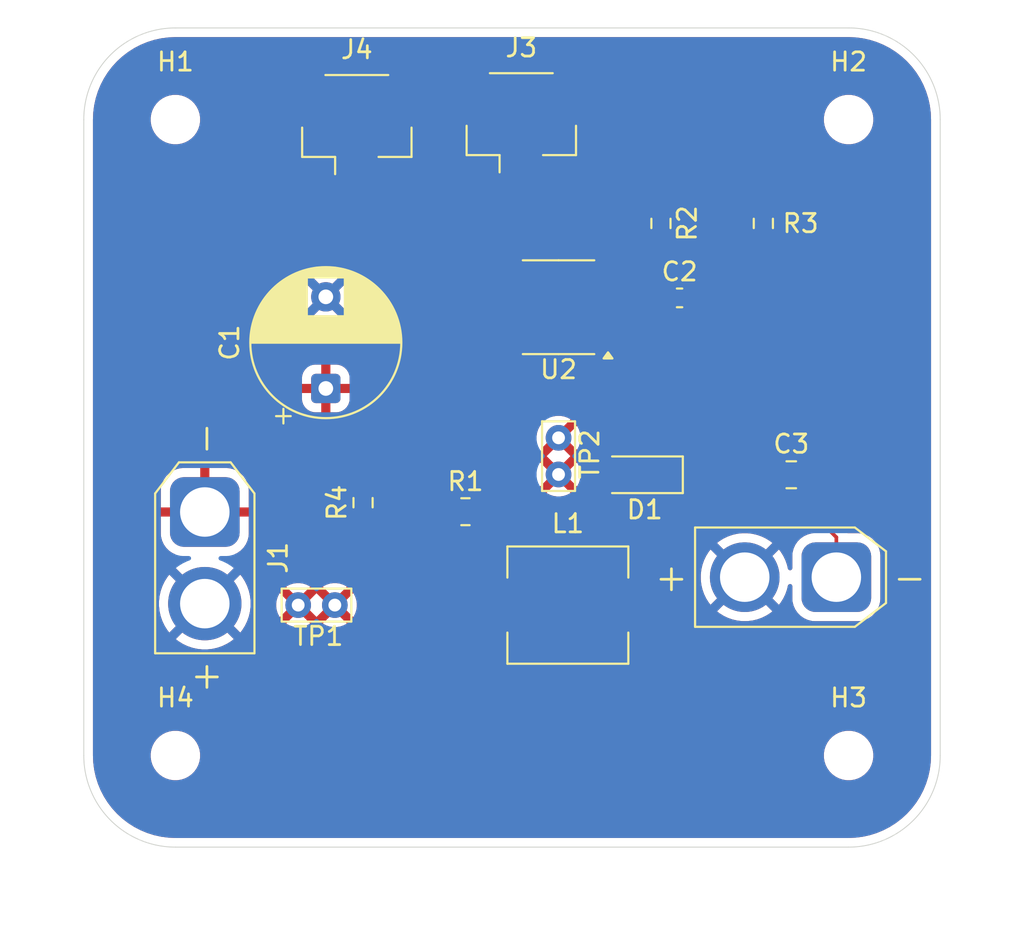
<source format=kicad_pcb>
(kicad_pcb (version 20241229) (generator "pcbnew") (generator_version "9.0")
  (layers (0 "F.Cu" signal) (2 "B.Cu" signal) (13 "F.Paste" user) (15 "B.Paste" user) (5 "F.SilkS" user "F.Silkscreen") (7 "B.SilkS" user "B.Silkscreen") (1 "F.Mask" user) (3 "B.Mask" user) (25 "Edge.Cuts" user))
  (net 0 "")
  (net 1 "+12V")
  (net 2 "GND")
  (net 3 "Net-(U2-CT)")
  (net 4 "VCC")
  (net 5 "Net-(D1-A)")
  (net 6 "/CAN+")
  (net 7 "/CAN-")
  (net 8 "Net-(U2-I_{PK})")
  (net 9 "Net-(U2-DC)")
  (net 10 "Net-(U2-COMP-)")
  (footprint "Connector_AMASS:AMASS_XT30U-F_1x02_P5.0mm_Vertical" (layer "F.Cu") (at 219.456 88.9 -90)
    (property "Reference" "J1" (at 2.5 -4 90) (layer "F.SilkS"))
    (property "Value" "Conn_01x02")
    (fp_line (start -1.01 2.71) (end 7.71 2.71) (stroke (width 0.12)) (layer "F.SilkS"))
    (fp_line (start -2.71 1.41) (end -1.01 2.71) (stroke (width 0.12)) (layer "F.SilkS"))
    (fp_line (start -2.71 -1.41) (end -2.71 1.41) (stroke (width 0.12)) (layer "F.SilkS"))
    (fp_line (start -2.71 -1.41) (end -1.01 -2.71) (stroke (width 0.12)) (layer "F.SilkS"))
    (fp_line (start -1.01 -2.71) (end 7.71 -2.71) (stroke (width 0.12)) (layer "F.SilkS"))
    (fp_line (start 7.71 -2.71) (end 7.71 2.71) (stroke (width 0.12)) (layer "F.SilkS"))
    (fp_text user "-" (at -4 0 90) (layer "F.SilkS") (effects (font (size 1.5 1.5))))
    (fp_text user "+" (at 9 0 90) (layer "F.SilkS") (effects (font (size 1.5 1.5))))
    (pad "1" thru_hole roundrect (at 0 0 270) (size 3.8 3.8) (drill 2.7) (layers "*.Cu" "*.Mask") (roundrect_rratio 0.2) (net 1 "+12V"))
    (pad "2" thru_hole circle (at 5 0 270) (size 4 4) (drill 2.7) (layers "*.Cu" "*.Mask") (net 2 "GND"))
  )
  (footprint "Resistor_SMD:R_0603_1608Metric_Pad0.98x0.95mm_HandSolder" (layer "F.Cu") (at 244.348 73.152 -90)
    (property "Reference" "R2" (at 0 -1.43 90) (layer "F.SilkS"))
    (property "Value" "2.2k")
    (fp_line (start -0.254724 0.5225) (end 0.254724 0.5225) (stroke (width 0.12)) (layer "F.SilkS"))
    (fp_line (start -0.254724 -0.5225) (end 0.254724 -0.5225) (stroke (width 0.12)) (layer "F.SilkS"))
    (pad "1" smd roundrect (at -0.9125 0 270) (size 0.975 0.95) (layers "F.Cu" "F.Mask" "F.Paste") (net 10 "Net-(U2-COMP-)"))
    (pad "2" smd roundrect (at 0.9125 0 270) (size 0.975 0.95) (layers "F.Cu" "F.Mask" "F.Paste") (net 2 "GND"))
  )
  (footprint "Connector_AMASS:AMASS_XT30U-M_1x02_P5.0mm_Vertical" (layer "F.Cu") (at 253.92 92.456 180)
    (property "Reference" "J2" (hide yes))
    (property "Value" "Conn_01x02")
    (fp_line (start 7.71 -2.71) (end 7.71 2.71) (stroke (width 0.12)) (layer "F.SilkS"))
    (fp_line (start -1.01 2.71) (end 7.71 2.71) (stroke (width 0.12)) (layer "F.SilkS"))
    (fp_line (start -1.01 -2.71) (end 7.71 -2.71) (stroke (width 0.12)) (layer "F.SilkS"))
    (fp_line (start -2.71 1.41) (end -1.01 2.71) (stroke (width 0.12)) (layer "F.SilkS"))
    (fp_line (start -2.71 -1.41) (end -1.01 -2.71) (stroke (width 0.12)) (layer "F.SilkS"))
    (fp_line (start -2.71 -1.41) (end -2.71 1.41) (stroke (width 0.12)) (layer "F.SilkS"))
    (fp_text user "+" (at 9 0 0) (layer "F.SilkS") (effects (font (size 1.5 1.5))))
    (fp_text user "-" (at -4 0 0) (layer "F.SilkS") (effects (font (size 1.5 1.5))))
    (pad "1" thru_hole roundrect (at 0 0 180) (size 3.8 3.8) (drill 2.7) (layers "*.Cu" "*.Mask") (roundrect_rratio 0.2) (net 4 "VCC"))
    (pad "2" thru_hole circle (at 5 0 180) (size 3.8 3.8) (drill 2.7) (layers "*.Cu" "*.Mask") (net 2 "GND"))
  )
  (footprint "Connector_JST:JST_GH_BM02B-GHS-TBT_1x02-1MP_P1.25mm_Vertical" (layer "F.Cu") (at 236.728 67.564)
    (property "Reference" "J3" (at 0 -4 0) (layer "F.SilkS"))
    (property "Value" "Conn_01x02")
    (fp_line (start -2.985 0.26) (end -2.985 1.86) (stroke (width 0.12)) (layer "F.SilkS"))
    (fp_line (start -2.985 1.86) (end -1.185 1.86) (stroke (width 0.12)) (layer "F.SilkS"))
    (fp_line (start -1.715 -2.61) (end 1.715 -2.61) (stroke (width 0.12)) (layer "F.SilkS"))
    (fp_line (start -1.185 1.86) (end -1.185 2.8) (stroke (width 0.12)) (layer "F.SilkS"))
    (fp_line (start 2.985 0.26) (end 2.985 1.86) (stroke (width 0.12)) (layer "F.SilkS"))
    (fp_line (start 2.985 1.86) (end 1.185 1.86) (stroke (width 0.12)) (layer "F.SilkS"))
    (pad "1" smd roundrect (at -0.625 1.95) (size 0.6 1.7) (layers "F.Cu" "F.Mask" "F.Paste") (net 6 "/CAN+"))
    (pad "2" smd roundrect (at 0.625 1.95) (size 0.6 1.7) (layers "F.Cu" "F.Mask" "F.Paste") (net 7 "/CAN-"))
    (pad "MP" smd roundrect (at -2.475 -1.4) (size 1 2.8) (layers "F.Cu" "F.Mask" "F.Paste"))
    (pad "MP" smd roundrect (at 2.475 -1.4) (size 1 2.8) (layers "F.Cu" "F.Mask" "F.Paste"))
  )
  (footprint "MountingHole:MountingHole_2.2mm_M2" (layer "F.Cu") (at 254.588 67.484)
    (property "Reference" "H2" (at 0 -3.15 0) (layer "F.SilkS"))
    (property "Value" "MountingHole")
    (pad "" np_thru_hole circle (at 0 0) (size 2.2 2.2) (drill 2.2) (layers "*.Cu" "*.Mask"))
  )
  (footprint "TestPoint:TestPoint_Bridge_Pitch2.0mm_Drill0.7mm" (layer "F.Cu") (at 238.76 86.852 90)
    (property "Reference" "TP2" (at 1.1 1.7 90) (layer "F.SilkS"))
    (property "Value" "VE")
    (fp_line (start 2.9 -0.9) (end -0.9 -0.9) (stroke (width 0.12)) (layer "F.SilkS"))
    (fp_line (start -0.9 -0.9) (end -0.9 0.9) (stroke (width 0.12)) (layer "F.SilkS"))
    (fp_line (start 2.9 0.9) (end 2.9 -0.9) (stroke (width 0.12)) (layer "F.SilkS"))
    (fp_line (start -0.9 0.9) (end 2.9 0.9) (stroke (width 0.12)) (layer "F.SilkS"))
    (pad "1" thru_hole circle (at 0 0 90) (size 1.4 1.4) (drill 0.7) (layers "*.Cu" "*.Mask") (net 5 "Net-(D1-A)"))
    (pad "1" thru_hole circle (at 2 0 90) (size 1.4 1.4) (drill 0.7) (layers "*.Cu" "*.Mask") (net 5 "Net-(D1-A)"))
  )
  (footprint "Resistor_SMD:R_0603_1608Metric_Pad0.98x0.95mm_HandSolder" (layer "F.Cu") (at 249.936 73.152 -90)
    (property "Reference" "R3" (at 0 -2.032 180) (layer "F.SilkS"))
    (property "Value" "47k")
    (fp_line (start -0.254724 0.5225) (end 0.254724 0.5225) (stroke (width 0.12)) (layer "F.SilkS"))
    (fp_line (start -0.254724 -0.5225) (end 0.254724 -0.5225) (stroke (width 0.12)) (layer "F.SilkS"))
    (pad "1" smd roundrect (at -0.9125 0 270) (size 0.975 0.95) (layers "F.Cu" "F.Mask" "F.Paste") (net 10 "Net-(U2-COMP-)"))
    (pad "2" smd roundrect (at 0.9125 0 270) (size 0.975 0.95) (layers "F.Cu" "F.Mask" "F.Paste") (net 4 "VCC"))
  )
  (footprint "Package_SO:SOIC-8_3.9x4.9mm_P1.27mm" (layer "F.Cu") (at 238.76 77.724 180)
    (property "Reference" "U2" (at 0 -3.4 0) (layer "F.SilkS"))
    (property "Value" "MC34063A")
    (fp_line (start 0 2.56) (end 1.95 2.56) (stroke (width 0.12)) (layer "F.SilkS"))
    (fp_line (start 0 2.56) (end -1.95 2.56) (stroke (width 0.12)) (layer "F.SilkS"))
    (fp_line (start 0 -2.56) (end 1.95 -2.56) (stroke (width 0.12)) (layer "F.SilkS"))
    (fp_line (start 0 -2.56) (end -1.95 -2.56) (stroke (width 0.12)) (layer "F.SilkS"))
    (fp_poly (pts (xy -2.7 -2.465) (xy -2.94 -2.795) (xy -2.46 -2.795)) (stroke (width 0.12)) (fill yes) (layer "F.SilkS"))
    (pad "1" smd roundrect (at -2.475 -1.905 180) (size 1.95 0.6) (layers "F.Cu" "F.Mask" "F.Paste") (net 5 "Net-(D1-A)"))
    (pad "2" smd roundrect (at -2.475 -0.635 180) (size 1.95 0.6) (layers "F.Cu" "F.Mask" "F.Paste") (net 2 "GND"))
    (pad "3" smd roundrect (at -2.475 0.635 180) (size 1.95 0.6) (layers "F.Cu" "F.Mask" "F.Paste") (net 3 "Net-(U2-CT)"))
    (pad "4" smd roundrect (at -2.475 1.905 180) (size 1.95 0.6) (layers "F.Cu" "F.Mask" "F.Paste") (net 2 "GND"))
    (pad "5" smd roundrect (at 2.475 1.905 180) (size 1.95 0.6) (layers "F.Cu" "F.Mask" "F.Paste") (net 10 "Net-(U2-COMP-)"))
    (pad "6" smd roundrect (at 2.475 0.635 180) (size 1.95 0.6) (layers "F.Cu" "F.Mask" "F.Paste") (net 1 "+12V"))
    (pad "7" smd roundrect (at 2.475 -0.635 180) (size 1.95 0.6) (layers "F.Cu" "F.Mask" "F.Paste") (net 8 "Net-(U2-I_{PK})"))
    (pad "8" smd roundrect (at 2.475 -1.905 180) (size 1.95 0.6) (layers "F.Cu" "F.Mask" "F.Paste") (net 9 "Net-(U2-DC)"))
  )
  (footprint "Inductor_SMD:L_6.3x6.3_H3" (layer "F.Cu") (at 239.268 93.98)
    (property "Reference" "L1" (at 0 -4.45 0) (layer "F.SilkS"))
    (property "Value" "170u")
    (fp_line (start -3.3 -3.2) (end 3.3 -3.2) (stroke (width 0.12)) (layer "F.SilkS"))
    (fp_line (start -3.3 -1.5) (end -3.3 -3.2) (stroke (width 0.12)) (layer "F.SilkS"))
    (fp_line (start -3.3 3.2) (end -3.3 1.5) (stroke (width 0.12)) (layer "F.SilkS"))
    (fp_line (start 3.3 -3.2) (end 3.3 -1.5) (stroke (width 0.12)) (layer "F.SilkS"))
    (fp_line (start 3.3 1.5) (end 3.3 3.2) (stroke (width 0.12)) (layer "F.SilkS"))
    (fp_line (start 3.3 3.2) (end -3.3 3.2) (stroke (width 0.12)) (layer "F.SilkS"))
    (pad "1" smd rect (at -2.75 0) (size 1.5 2.4) (layers "F.Cu" "F.Mask" "F.Paste") (net 8 "Net-(U2-I_{PK})"))
    (pad "2" smd rect (at 2.75 0) (size 1.5 2.4) (layers "F.Cu" "F.Mask" "F.Paste") (net 5 "Net-(D1-A)"))
  )
  (footprint "MountingHole:MountingHole_2.2mm_M2" (layer "F.Cu") (at 254.588 102.188)
    (property "Reference" "H3" (at 0 -3.15 0) (layer "F.SilkS"))
    (property "Value" "MountingHole")
    (pad "" np_thru_hole circle (at 0 0) (size 2.2 2.2) (drill 2.2) (layers "*.Cu" "*.Mask"))
  )
  (footprint "TestPoint:TestPoint_Bridge_Pitch2.0mm_Drill0.7mm" (layer "F.Cu") (at 224.552 93.98)
    (property "Reference" "TP1" (at 1.1 1.7 0) (layer "F.SilkS"))
    (property "Value" "VC")
    (fp_line (start -0.9 -0.9) (end -0.9 0.9) (stroke (width 0.12)) (layer "F.SilkS"))
    (fp_line (start -0.9 0.9) (end 2.9 0.9) (stroke (width 0.12)) (layer "F.SilkS"))
    (fp_line (start 2.9 -0.9) (end -0.9 -0.9) (stroke (width 0.12)) (layer "F.SilkS"))
    (fp_line (start 2.9 0.9) (end 2.9 -0.9) (stroke (width 0.12)) (layer "F.SilkS"))
    (pad "1" thru_hole circle (at 0 0) (size 1.4 1.4) (drill 0.7) (layers "*.Cu" "*.Mask") (net 8 "Net-(U2-I_{PK})"))
    (pad "1" thru_hole circle (at 2 0) (size 1.4 1.4) (drill 0.7) (layers "*.Cu" "*.Mask") (net 8 "Net-(U2-I_{PK})"))
  )
  (footprint "Resistor_SMD:R_0603_1608Metric_Pad0.98x0.95mm_HandSolder" (layer "F.Cu") (at 228.092 88.392 90)
    (property "Reference" "R4" (at 0 -1.43 90) (layer "F.SilkS"))
    (property "Value" ".22")
    (fp_line (start -0.254724 -0.5225) (end 0.254724 -0.5225) (stroke (width 0.12)) (layer "F.SilkS"))
    (fp_line (start -0.254724 0.5225) (end 0.254724 0.5225) (stroke (width 0.12)) (layer "F.SilkS"))
    (pad "1" smd roundrect (at -0.9125 0 90) (size 0.975 0.95) (layers "F.Cu" "F.Mask" "F.Paste") (net 8 "Net-(U2-I_{PK})"))
    (pad "2" smd roundrect (at 0.9125 0 90) (size 0.975 0.95) (layers "F.Cu" "F.Mask" "F.Paste") (net 1 "+12V"))
  )
  (footprint "Resistor_SMD:R_0805_2012Metric_Pad1.20x1.40mm_HandSolder" (layer "F.Cu") (at 233.68 88.884)
    (property "Reference" "R1" (at 0 -1.65 0) (layer "F.SilkS"))
    (property "Value" "180")
    (fp_line (start -0.227064 -0.735) (end 0.227064 -0.735) (stroke (width 0.12)) (layer "F.SilkS"))
    (fp_line (start -0.227064 0.735) (end 0.227064 0.735) (stroke (width 0.12)) (layer "F.SilkS"))
    (pad "1" smd roundrect (at -1 0) (size 1.2 1.4) (layers "F.Cu" "F.Mask" "F.Paste") (roundrect_rratio 0.208333) (net 8 "Net-(U2-I_{PK})"))
    (pad "2" smd roundrect (at 1 0) (size 1.2 1.4) (layers "F.Cu" "F.Mask" "F.Paste") (roundrect_rratio 0.208333) (net 9 "Net-(U2-DC)"))
  )
  (footprint "Capacitor_THT:CP_Radial_D8.0mm_P5.00mm" (layer "F.Cu") (at 226.06 82.158651 90)
    (property "Reference" "C1" (at 2.5 -5.25 90) (layer "F.SilkS"))
    (property "Value" "100u")
    (fp_line (start 2.54 -4.08) (end 2.54 4.08) (stroke (width 0.12)) (layer "F.SilkS"))
    (fp_line (start 2.5 -4.08) (end 2.5 4.08) (stroke (width 0.12)) (layer "F.SilkS"))
    (fp_line (start 2.58 -4.079) (end 2.58 4.079) (stroke (width 0.12)) (layer "F.SilkS"))
    (fp_line (start 2.62 -4.078) (end 2.62 4.078) (stroke (width 0.12)) (layer "F.SilkS"))
    (fp_line (start 2.66 -4.077) (end 2.66 4.077) (stroke (width 0.12)) (layer "F.SilkS"))
    (fp_line (start 2.7 -4.075) (end 2.7 4.075) (stroke (width 0.12)) (layer "F.SilkS"))
    (fp_line (start 2.74 -4.073) (end 2.74 4.073) (stroke (width 0.12)) (layer "F.SilkS"))
    (fp_line (start 2.78 -4.07) (end 2.78 4.07) (stroke (width 0.12)) (layer "F.SilkS"))
    (fp_line (start 2.82 -4.068) (end 2.82 4.068) (stroke (width 0.12)) (layer "F.SilkS"))
    (fp_line (start 2.86 -4.064) (end 2.86 4.064) (stroke (width 0.12)) (layer "F.SilkS"))
    (fp_line (start 2.9 -4.061) (end 2.9 4.061) (stroke (width 0.12)) (layer "F.SilkS"))
    (fp_line (start 2.94 -4.056) (end 2.94 4.056) (stroke (width 0.12)) (layer "F.SilkS"))
    (fp_line (start 2.98 -4.052) (end 2.98 4.052) (stroke (width 0.12)) (layer "F.SilkS"))
    (fp_line (start 3.02 -4.047) (end 3.02 4.047) (stroke (width 0.12)) (layer "F.SilkS"))
    (fp_line (start 3.06 -4.042) (end 3.06 4.042) (stroke (width 0.12)) (layer "F.SilkS"))
    (fp_line (start 3.1 -4.036) (end 3.1 4.036) (stroke (width 0.12)) (layer "F.SilkS"))
    (fp_line (start 3.14 -4.03) (end 3.14 4.03) (stroke (width 0.12)) (layer "F.SilkS"))
    (fp_line (start 3.18 -4.023) (end 3.18 4.023) (stroke (width 0.12)) (layer "F.SilkS"))
    (fp_line (start 3.22 -4.017) (end 3.22 4.017) (stroke (width 0.12)) (layer "F.SilkS"))
    (fp_line (start 3.26 -4.009) (end 3.26 4.009) (stroke (width 0.12)) (layer "F.SilkS"))
    (fp_line (start 3.3 -4.002) (end 3.3 4.002) (stroke (width 0.12)) (layer "F.SilkS"))
    (fp_line (start 3.34 -3.993) (end 3.34 3.993) (stroke (width 0.12)) (layer "F.SilkS"))
    (fp_line (start 3.38 -3.985) (end 3.38 3.985) (stroke (width 0.12)) (layer "F.SilkS"))
    (fp_line (start 3.42 -3.976) (end 3.42 3.976) (stroke (width 0.12)) (layer "F.SilkS"))
    (fp_line (start 3.46 -3.967) (end 3.46 3.967) (stroke (width 0.12)) (layer "F.SilkS"))
    (fp_line (start 3.5 -3.957) (end 3.5 3.957) (stroke (width 0.12)) (layer "F.SilkS"))
    (fp_line (start 3.54 -3.947) (end 3.54 3.947) (stroke (width 0.12)) (layer "F.SilkS"))
    (fp_line (start 3.58 -3.936) (end 3.58 3.936) (stroke (width 0.12)) (layer "F.SilkS"))
    (fp_line (start 3.62 -3.925) (end 3.62 3.925) (stroke (width 0.12)) (layer "F.SilkS"))
    (fp_line (start 3.66 -3.913) (end 3.66 3.913) (stroke (width 0.12)) (layer "F.SilkS"))
    (fp_line (start 3.7 -3.901) (end 3.7 3.901) (stroke (width 0.12)) (layer "F.SilkS"))
    (fp_line (start 3.74 -3.889) (end 3.74 3.889) (stroke (width 0.12)) (layer "F.SilkS"))
    (fp_line (start 3.78 -3.876) (end 3.78 3.876) (stroke (width 0.12)) (layer "F.SilkS"))
    (fp_line (start 3.82 -3.863) (end 3.82 3.863) (stroke (width 0.12)) (layer "F.SilkS"))
    (fp_line (start 3.86 -3.849) (end 3.86 3.849) (stroke (width 0.12)) (layer "F.SilkS"))
    (fp_line (start 3.9 -3.835) (end 3.9 3.835) (stroke (width 0.12)) (layer "F.SilkS"))
    (fp_line (start 3.94 -3.82) (end 3.94 3.82) (stroke (width 0.12)) (layer "F.SilkS"))
    (fp_line (start 3.98 -3.805) (end 3.98 -1.04) (stroke (width 0.12)) (layer "F.SilkS"))
    (fp_line (start 4.02 -3.789) (end 4.02 -1.04) (stroke (width 0.12)) (layer "F.SilkS"))
    (fp_line (start 4.06 -3.773) (end 4.06 -1.04) (stroke (width 0.12)) (layer "F.SilkS"))
    (fp_line (start 4.1 -3.757) (end 4.1 -1.04) (stroke (width 0.12)) (layer "F.SilkS"))
    (fp_line (start 4.14 -3.74) (end 4.14 -1.04) (stroke (width 0.12)) (layer "F.SilkS"))
    (fp_line (start 4.18 -3.722) (end 4.18 -1.04) (stroke (width 0.12)) (layer "F.SilkS"))
    (fp_line (start 4.22 -3.704) (end 4.22 -1.04) (stroke (width 0.12)) (layer "F.SilkS"))
    (fp_line (start 4.26 -3.685) (end 4.26 -1.04) (stroke (width 0.12)) (layer "F.SilkS"))
    (fp_line (start 4.3 -3.666) (end 4.3 -1.04) (stroke (width 0.12)) (layer "F.SilkS"))
    (fp_line (start 4.34 -3.646) (end 4.34 -1.04) (stroke (width 0.12)) (layer "F.SilkS"))
    (fp_line (start 4.38 -3.626) (end 4.38 -1.04) (stroke (width 0.12)) (layer "F.SilkS"))
    (fp_line (start 4.42 -3.605) (end 4.42 -1.04) (stroke (width 0.12)) (layer "F.SilkS"))
    (fp_line (start 4.46 -3.584) (end 4.46 -1.04) (stroke (width 0.12)) (layer "F.SilkS"))
    (fp_line (start 4.5 -3.562) (end 4.5 -1.04) (stroke (width 0.12)) (layer "F.SilkS"))
    (fp_line (start 4.54 -3.539) (end 4.54 -1.04) (stroke (width 0.12)) (layer "F.SilkS"))
    (fp_line (start 4.58 -3.516) (end 4.58 -1.04) (stroke (width 0.12)) (layer "F.SilkS"))
    (fp_line (start 4.62 -3.493) (end 4.62 -1.04) (stroke (width 0.12)) (layer "F.SilkS"))
    (fp_line (start 4.66 -3.468) (end 4.66 -1.04) (stroke (width 0.12)) (layer "F.SilkS"))
    (fp_line (start 4.7 -3.443) (end 4.7 -1.04) (stroke (width 0.12)) (layer "F.SilkS"))
    (fp_line (start 4.74 -3.418) (end 4.74 -1.04) (stroke (width 0.12)) (layer "F.SilkS"))
    (fp_line (start 4.78 -3.392) (end 4.78 -1.04) (stroke (width 0.12)) (layer "F.SilkS"))
    (fp_line (start 4.82 -3.365) (end 4.82 -1.04) (stroke (width 0.12)) (layer "F.SilkS"))
    (fp_line (start 4.86 -3.337) (end 4.86 -1.04) (stroke (width 0.12)) (layer "F.SilkS"))
    (fp_line (start 4.9 -3.309) (end 4.9 -1.04) (stroke (width 0.12)) (layer "F.SilkS"))
    (fp_line (start 4.94 -3.28) (end 4.94 -1.04) (stroke (width 0.12)) (layer "F.SilkS"))
    (fp_line (start 4.98 -3.25) (end 4.98 -1.04) (stroke (width 0.12)) (layer "F.SilkS"))
    (fp_line (start 5.02 -3.219) (end 5.02 -1.04) (stroke (width 0.12)) (layer "F.SilkS"))
    (fp_line (start 5.06 -3.188) (end 5.06 -1.04) (stroke (width 0.12)) (layer "F.SilkS"))
    (fp_line (start 5.1 -3.156) (end 5.1 -1.04) (stroke (width 0.12)) (layer "F.SilkS"))
    (fp_line (start 5.14 -3.123) (end 5.14 -1.04) (stroke (width 0.12)) (layer "F.SilkS"))
    (fp_line (start 5.18 -3.089) (end 5.18 -1.04) (stroke (width 0.12)) (layer "F.SilkS"))
    (fp_line (start 5.22 -3.055) (end 5.22 -1.04) (stroke (width 0.12)) (layer "F.SilkS"))
    (fp_line (start 5.26 -3.019) (end 5.26 -1.04) (stroke (width 0.12)) (layer "F.SilkS"))
    (fp_line (start 5.3 -2.982) (end 5.3 -1.04) (stroke (width 0.12)) (layer "F.SilkS"))
    (fp_line (start 5.34 -2.945) (end 5.34 -1.04) (stroke (width 0.12)) (layer "F.SilkS"))
    (fp_line (start 5.38 -2.906) (end 5.38 -1.04) (stroke (width 0.12)) (layer "F.SilkS"))
    (fp_line (start 5.42 -2.867) (end 5.42 -1.04) (stroke (width 0.12)) (layer "F.SilkS"))
    (fp_line (start 5.46 -2.826) (end 5.46 -1.04) (stroke (width 0.12)) (layer "F.SilkS"))
    (fp_line (start 5.5 -2.784) (end 5.5 -1.04) (stroke (width 0.12)) (layer "F.SilkS"))
    (fp_line (start 5.54 -2.741) (end 5.54 -1.04) (stroke (width 0.12)) (layer "F.SilkS"))
    (fp_line (start -1.509698 -2.715) (end -1.509698 -1.915) (stroke (width 0.12)) (layer "F.SilkS"))
    (fp_line (start 5.58 -2.696) (end 5.58 -1.04) (stroke (width 0.12)) (layer "F.SilkS"))
    (fp_line (start 5.62 -2.651) (end 5.62 -1.04) (stroke (width 0.12)) (layer "F.SilkS"))
    (fp_line (start 5.66 -2.604) (end 5.66 -1.04) (stroke (width 0.12)) (layer "F.SilkS"))
    (fp_line (start 5.7 -2.555) (end 5.7 -1.04) (stroke (width 0.12)) (layer "F.SilkS"))
    (fp_line (start 5.74 -2.505) (end 5.74 -1.04) (stroke (width 0.12)) (layer "F.SilkS"))
    (fp_line (start 5.78 -2.453) (end 5.78 -1.04) (stroke (width 0.12)) (layer "F.SilkS"))
    (fp_line (start 5.82 -2.4) (end 5.82 -1.04) (stroke (width 0.12)) (layer "F.SilkS"))
    (fp_line (start 5.86 -2.344) (end 5.86 -1.04) (stroke (width 0.12)) (layer "F.SilkS"))
    (fp_line (start -1.909698 -2.315) (end -1.109698 -2.315) (stroke (width 0.12)) (layer "F.SilkS"))
    (fp_line (start 5.9 -2.287) (end 5.9 -1.04) (stroke (width 0.12)) (layer "F.SilkS"))
    (fp_line (start 5.94 -2.227) (end 5.94 -1.04) (stroke (width 0.12)) (layer "F.SilkS"))
    (fp_line (start 5.98 -2.165) (end 5.98 -1.04) (stroke (width 0.12)) (layer "F.SilkS"))
    (fp_line (start 6.02 -2.101) (end 6.02 -1.04) (stroke (width 0.12)) (layer "F.SilkS"))
    (fp_line (start 6.06 -2.034) (end 6.06 2.034) (stroke (width 0.12)) (layer "F.SilkS"))
    (fp_line (start 6.1 -1.964) (end 6.1 1.964) (stroke (width 0.12)) (layer "F.SilkS"))
    (fp_line (start 6.14 -1.89) (end 6.14 1.89) (stroke (width 0.12)) (layer "F.SilkS"))
    (fp_line (start 6.18 -1.813) (end 6.18 1.813) (stroke (width 0.12)) (layer "F.SilkS"))
    (fp_line (start 6.22 -1.731) (end 6.22 1.731) (stroke (width 0.12)) (layer "F.SilkS"))
    (fp_line (start 6.26 -1.644) (end 6.26 1.644) (stroke (width 0.12)) (layer "F.SilkS"))
    (fp_line (start 6.3 -1.552) (end 6.3 1.552) (stroke (width 0.12)) (layer "F.SilkS"))
    (fp_line (start 6.34 -1.453) (end 6.34 1.453) (stroke (width 0.12)) (layer "F.SilkS"))
    (fp_line (start 6.38 -1.346) (end 6.38 1.346) (stroke (width 0.12)) (layer "F.SilkS"))
    (fp_line (start 6.42 -1.228) (end 6.42 1.228) (stroke (width 0.12)) (layer "F.SilkS"))
    (fp_line (start 6.46 -1.097) (end 6.46 1.097) (stroke (width 0.12)) (layer "F.SilkS"))
    (fp_line (start 6.5 -0.947) (end 6.5 0.947) (stroke (width 0.12)) (layer "F.SilkS"))
    (fp_line (start 6.54 -0.768) (end 6.54 0.768) (stroke (width 0.12)) (layer "F.SilkS"))
    (fp_line (start 6.58 -0.533) (end 6.58 0.533) (stroke (width 0.12)) (layer "F.SilkS"))
    (fp_line (start 6.02 1.04) (end 6.02 2.101) (stroke (width 0.12)) (layer "F.SilkS"))
    (fp_line (start 5.98 1.04) (end 5.98 2.165) (stroke (width 0.12)) (layer "F.SilkS"))
    (fp_line (start 5.94 1.04) (end 5.94 2.227) (stroke (width 0.12)) (layer "F.SilkS"))
    (fp_line (start 5.9 1.04) (end 5.9 2.287) (stroke (width 0.12)) (layer "F.SilkS"))
    (fp_line (start 5.86 1.04) (end 5.86 2.344) (stroke (width 0.12)) (layer "F.SilkS"))
    (fp_line (start 5.82 1.04) (end 5.82 2.4) (stroke (width 0.12)) (layer "F.SilkS"))
    (fp_line (start 5.78 1.04) (end 5.78 2.453) (stroke (width 0.12)) (layer "F.SilkS"))
    (fp_line (start 5.74 1.04) (end 5.74 2.505) (stroke (width 0.12)) (layer "F.SilkS"))
    (fp_line (start 5.7 1.04) (end 5.7 2.555) (stroke (width 0.12)) (layer "F.SilkS"))
    (fp_line (start 5.66 1.04) (end 5.66 2.604) (stroke (width 0.12)) (layer "F.SilkS"))
    (fp_line (start 5.62 1.04) (end 5.62 2.651) (stroke (width 0.12)) (layer "F.SilkS"))
    (fp_line (start 5.58 1.04) (end 5.58 2.696) (stroke (width 0.12)) (layer "F.SilkS"))
    (fp_line (start 5.54 1.04) (end 5.54 2.741) (stroke (width 0.12)) (layer "F.SilkS"))
    (fp_line (start 5.5 1.04) (end 5.5 2.784) (stroke (width 0.12)) (layer "F.SilkS"))
    (fp_line (start 5.46 1.04) (end 5.46 2.826) (stroke (width 0.12)) (layer "F.SilkS"))
    (fp_line (start 5.42 1.04) (end 5.42 2.867) (stroke (width 0.12)) (layer "F.SilkS"))
    (fp_line (start 5.38 1.04) (end 5.38 2.906) (stroke (width 0.12)) (layer "F.SilkS"))
    (fp_line (start 5.34 1.04) (end 5.34 2.945) (stroke (width 0.12)) (layer "F.SilkS"))
    (fp_line (start 5.3 1.04) (end 5.3 2.982) (stroke (width 0.12)) (layer "F.SilkS"))
    (fp_line (start 5.26 1.04) (end 5.26 3.019) (stroke (width 0.12)) (layer "F.SilkS"))
    (fp_line (start 5.22 1.04) (end 5.22 3.055) (stroke (width 0.12)) (layer "F.SilkS"))
    (fp_line (start 5.18 1.04) (end 5.18 3.089) (stroke (width 0.12)) (layer "F.SilkS"))
    (fp_line (start 5.14 1.04) (end 5.14 3.123) (stroke (width 0.12)) (layer "F.SilkS"))
    (fp_line (start 5.1 1.04) (end 5.1 3.156) (stroke (width 0.12)) (layer "F.SilkS"))
    (fp_line (start 5.06 1.04) (end 5.06 3.188) (stroke (width 0.12)) (layer "F.SilkS"))
    (fp_line (start 5.02 1.04) (end 5.02 3.219) (stroke (width 0.12)) (layer "F.SilkS"))
    (fp_line (start 4.98 1.04) (end 4.98 3.25) (stroke (width 0.12)) (layer "F.SilkS"))
    (fp_line (start 4.94 1.04) (end 4.94 3.28) (stroke (width 0.12)) (layer "F.SilkS"))
    (fp_line (start 4.9 1.04) (end 4.9 3.309) (stroke (width 0.12)) (layer "F.SilkS"))
    (fp_line (start 4.86 1.04) (end 4.86 3.337) (stroke (width 0.12)) (layer "F.SilkS"))
    (fp_line (start 4.82 1.04) (end 4.82 3.365) (stroke (width 0.12)) (layer "F.SilkS"))
    (fp_line (start 4.78 1.04) (end 4.78 3.392) (stroke (width 0.12)) (layer "F.SilkS"))
    (fp_line (start 4.74 1.04) (end 4.74 3.418) (stroke (width 0.12)) (layer "F.SilkS"))
    (fp_line (start 4.7 1.04) (end 4.7 3.443) (stroke (width 0.12)) (layer "F.SilkS"))
    (fp_line (start 4.66 1.04) (end 4.66 3.468) (stroke (width 0.12)) (layer "F.SilkS"))
    (fp_line (start 4.62 1.04) (end 4.62 3.493) (stroke (width 0.12)) (layer "F.SilkS"))
    (fp_line (start 4.58 1.04) (end 4.58 3.516) (stroke (width 0.12)) (layer "F.SilkS"))
    (fp_line (start 4.54 1.04) (end 4.54 3.539) (stroke (width 0.12)) (layer "F.SilkS"))
    (fp_line (start 4.5 1.04) (end 4.5 3.562) (stroke (width 0.12)) (layer "F.SilkS"))
    (fp_line (start 4.46 1.04) (end 4.46 3.584) (stroke (width 0.12)) (layer "F.SilkS"))
    (fp_line (start 4.42 1.04) (end 4.42 3.605) (stroke (width 0.12)) (layer "F.SilkS"))
    (fp_line (start 4.38 1.04) (end 4.38 3.626) (stroke (width 0.12)) (layer "F.SilkS"))
    (fp_line (start 4.34 1.04) (end 4.34 3.646) (stroke (width 0.12)) (layer "F.SilkS"))
    (fp_line (start 4.3 1.04) (end 4.3 3.666) (stroke (width 0.12)) (layer "F.SilkS"))
    (fp_line (start 4.26 1.04) (end 4.26 3.685) (stroke (width 0.12)) (layer "F.SilkS"))
    (fp_line (start 4.22 1.04) (end 4.22 3.704) (stroke (width 0.12)) (layer "F.SilkS"))
    (fp_line (start 4.18 1.04) (end 4.18 3.722) (stroke (width 0.12)) (layer "F.SilkS"))
    (fp_line (start 4.14 1.04) (end 4.14 3.74) (stroke (width 0.12)) (layer "F.SilkS"))
    (fp_line (start 4.1 1.04) (end 4.1 3.757) (stroke (width 0.12)) (layer "F.SilkS"))
    (fp_line (start 4.06 1.04) (end 4.06 3.773) (stroke (width 0.12)) (layer "F.SilkS"))
    (fp_line (start 4.02 1.04) (end 4.02 3.789) (stroke (width 0.12)) (layer "F.SilkS"))
    (fp_line (start 3.98 1.04) (end 3.98 3.805) (stroke (width 0.12)) (layer "F.SilkS"))
    (fp_circle (center 2.5 0) (end 6.62 0) (stroke (width 0.12)) (fill no) (layer "F.SilkS"))
    (pad "1" thru_hole roundrect (at 0 0 90) (size 1.6 1.6) (drill 0.8) (layers "*.Cu" "*.Mask") (roundrect_rratio 0.15625) (net 1 "+12V"))
    (pad "2" thru_hole circle (at 5 0 90) (size 1.6 1.6) (drill 0.8) (layers "*.Cu" "*.Mask") (net 2 "GND"))
  )
  (footprint "Capacitor_SMD:C_0603_1608Metric_Pad1.08x0.95mm_HandSolder" (layer "F.Cu") (at 245.364 77.216)
    (property "Reference" "C2" (at 0 -1.43 0) (layer "F.SilkS"))
    (property "Value" "1500p")
    (fp_line (start -0.146267 -0.51) (end 0.146267 -0.51) (stroke (width 0.12)) (layer "F.SilkS"))
    (fp_line (start -0.146267 0.51) (end 0.146267 0.51) (stroke (width 0.12)) (layer "F.SilkS"))
    (pad "1" smd roundrect (at -0.8625 0) (size 1.075 0.95) (layers "F.Cu" "F.Mask" "F.Paste") (net 3 "Net-(U2-CT)"))
    (pad "2" smd roundrect (at 0.8625 0) (size 1.075 0.95) (layers "F.Cu" "F.Mask" "F.Paste") (net 2 "GND"))
  )
  (footprint "Capacitor_SMD:C_0805_2012Metric" (layer "F.Cu") (at 251.46 86.868)
    (property "Reference" "C3" (at 0 -1.68 0) (layer "F.SilkS"))
    (property "Value" "330u")
    (fp_line (start -0.261252 -0.735) (end 0.261252 -0.735) (stroke (width 0.12)) (layer "F.SilkS"))
    (fp_line (start -0.261252 0.735) (end 0.261252 0.735) (stroke (width 0.12)) (layer "F.SilkS"))
    (pad "1" smd roundrect (at -0.95 0) (size 1 1.45) (layers "F.Cu" "F.Mask" "F.Paste") (net 4 "VCC"))
    (pad "2" smd roundrect (at 0.95 0) (size 1 1.45) (layers "F.Cu" "F.Mask" "F.Paste") (net 2 "GND"))
  )
  (footprint "MountingHole:MountingHole_2.2mm_M2" (layer "F.Cu") (at 217.852 67.484)
    (property "Reference" "H1" (at 0 -3.15 0) (layer "F.SilkS"))
    (property "Value" "MountingHole")
    (pad "" np_thru_hole circle (at 0 0) (size 2.2 2.2) (drill 2.2) (layers "*.Cu" "*.Mask"))
  )
  (footprint "Connector_JST:JST_GH_BM02B-GHS-TBT_1x02-1MP_P1.25mm_Vertical" (layer "F.Cu") (at 227.753 67.664)
    (property "Reference" "J4" (at 0 -4 0) (layer "F.SilkS"))
    (property "Value" "Conn_01x02")
    (fp_line (start -2.985 0.26) (end -2.985 1.86) (stroke (width 0.12)) (layer "F.SilkS"))
    (fp_line (start -2.985 1.86) (end -1.185 1.86) (stroke (width 0.12)) (layer "F.SilkS"))
    (fp_line (start -1.715 -2.61) (end 1.715 -2.61) (stroke (width 0.12)) (layer "F.SilkS"))
    (fp_line (start -1.185 1.86) (end -1.185 2.8) (stroke (width 0.12)) (layer "F.SilkS"))
    (fp_line (start 2.985 0.26) (end 2.985 1.86) (stroke (width 0.12)) (layer "F.SilkS"))
    (fp_line (start 2.985 1.86) (end 1.185 1.86) (stroke (width 0.12)) (layer "F.SilkS"))
    (pad "1" smd roundrect (at -0.625 1.95) (size 0.6 1.7) (layers "F.Cu" "F.Mask" "F.Paste") (net 6 "/CAN+"))
    (pad "2" smd roundrect (at 0.625 1.95) (size 0.6 1.7) (layers "F.Cu" "F.Mask" "F.Paste") (net 7 "/CAN-"))
    (pad "MP" smd roundrect (at -2.475 -1.4) (size 1 2.8) (layers "F.Cu" "F.Mask" "F.Paste"))
    (pad "MP" smd roundrect (at 2.475 -1.4) (size 1 2.8) (layers "F.Cu" "F.Mask" "F.Paste"))
  )
  (footprint "MountingHole:MountingHole_2.2mm_M2" (layer "F.Cu") (at 217.852 102.188)
    (property "Reference" "H4" (at 0 -3.15 0) (layer "F.SilkS"))
    (property "Value" "MountingHole")
    (pad "" np_thru_hole circle (at 0 0) (size 2.2 2.2) (drill 2.2) (layers "*.Cu" "*.Mask"))
  )
  (footprint "Diode_SMD:D_SOD-123F" (layer "F.Cu") (at 243.332 86.868 180)
    (property "Reference" "D1" (at -0.127 -1.905 0) (layer "F.SilkS"))
    (property "Value" "1N5819")
    (fp_line (start -2.21 1) (end 1.65 1) (stroke (width 0.12)) (layer "F.SilkS"))
    (fp_line (start -2.21 -1) (end 1.65 -1) (stroke (width 0.12)) (layer "F.SilkS"))
    (fp_line (start -2.21 -1) (end -2.21 1) (stroke (width 0.12)) (layer "F.SilkS"))
    (pad "1" smd roundrect (at -1.4 0 180) (size 1.1 1.1) (layers "F.Cu" "F.Mask" "F.Paste") (roundrect_rratio 0.2272727273) (net 4 "VCC"))
    (pad "2" smd roundrect (at 1.4 0 180) (size 1.1 1.1) (layers "F.Cu" "F.Mask" "F.Paste") (roundrect_rratio 0.2272727273) (net 5 "Net-(D1-A)"))
  )
  (gr_line (start 212.852 102.188) (end 212.852 67.484) (stroke (width 0.05)) (layer "Edge.Cuts"))
  (gr_arc (start 212.852 67.484) (mid 214.316466 63.948466) (end 217.852 62.484) (stroke (width 0.05)) (layer "Edge.Cuts"))
  (gr_arc (start 217.852 107.188) (mid 214.316466 105.723534) (end 212.852 102.188) (stroke (width 0.05)) (layer "Edge.Cuts"))
  (gr_line (start 217.852 62.484) (end 254.588 62.484) (stroke (width 0.05)) (layer "Edge.Cuts"))
  (gr_line (start 259.588 67.484) (end 259.588 102.188) (stroke (width 0.05)) (layer "Edge.Cuts"))
  (gr_arc (start 259.588 102.188) (mid 258.123534 105.723534) (end 254.588 107.188) (stroke (width 0.05)) (layer "Edge.Cuts"))
  (gr_line (start 254.588 107.188) (end 217.852 107.188) (stroke (width 0.05)) (layer "Edge.Cuts"))
  (gr_arc (start 254.588 62.484) (mid 258.123534 63.948466) (end 259.588 67.484) (stroke (width 0.05)) (layer "Edge.Cuts"))
  (segment (start 244.3745 77.089) (end 244.5015 77.216) (width 0.2) (layer "F.Cu") (net 3))
  (segment (start 241.235 77.089) (end 244.3745 77.089) (width 0.2) (layer "F.Cu") (net 3))
  (segment (start 253.92 90.278) (end 250.51 86.868) (width 0.2) (layer "F.Cu") (net 4))
  (segment (start 244.732 86.868) (end 250.51 86.868) (width 0.2) (layer "F.Cu") (net 4))
  (segment (start 253.92 92.456) (end 253.92 90.278) (width 0.2) (layer "F.Cu") (net 4))
  (segment (start 236.103 69.514) (end 235.052 68.463) (width 0.2) (layer "F.Cu") (net 6))
  (segment (start 227.429001 68.463) (end 227.128 68.764001) (width 0.2) (layer "F.Cu") (net 6))
  (segment (start 227.128 68.764001) (end 227.128 69.614) (width 0.2) (layer "F.Cu") (net 6))
  (segment (start 235.052 68.463) (end 227.429001 68.463) (width 0.2) (layer "F.Cu") (net 6))
  (segment (start 237.051999 70.665) (end 237.353 70.363999) (width 0.2) (layer "F.Cu") (net 7))
  (segment (start 228.378 69.614) (end 229.429 70.665) (width 0.2) (layer "F.Cu") (net 7))
  (segment (start 237.353 70.363999) (end 237.353 69.514) (width 0.2) (layer "F.Cu") (net 7))
  (segment (start 229.429 70.665) (end 237.051999 70.665) (width 0.2) (layer "F.Cu") (net 7))
  (segment (start 234.68 81.234) (end 236.285 79.629) (width 0.2) (layer "F.Cu") (net 9))
  (segment (start 234.68 88.884) (end 234.68 81.234) (width 0.2) (layer "F.Cu") (net 9))
  (segment (start 244.348 72.2395) (end 249.936 72.2395) (width 0.2) (layer "F.Cu") (net 10))
  (segment (start 239.8645 72.2395) (end 244.348 72.2395) (width 0.2) (layer "F.Cu") (net 10))
  (segment (start 236.285 75.819) (end 239.8645 72.2395) (width 0.2) (layer "F.Cu") (net 10))
  (zone (net 1) (net_name "+12V") (layer "F.Cu") (priority 1) (connect_pads (clearance 0.5)) (min_thickness 0.25) (fill yes (thermal_gap 0.5) (thermal_bridge_width 0.5))
    (polygon (pts (xy 215.9 91.44) (xy 225.044 91.4) (xy 227.076 88.392) (xy 230.124 88.392) (xy 234.696 77.724) (xy 237.744 77.724) (xy 237.744 76.708) (xy 233.172 76.708) (xy 215.9 85.344)))
  )
  (zone (net 5) (net_name "Net-(D1-A)") (layer "F.Cu") (priority 3) (connect_pads (clearance 0.5)) (min_thickness 0.25) (fill yes (thermal_gap 0.5) (thermal_bridge_width 0.5))
    (polygon (pts (xy 243.332 95.504) (xy 243.332 79.248) (xy 239.268 79.248) (xy 237.744 85.852) (xy 237.744 88.9) (xy 240.792 95.504)))
  )
  (zone (net 2) (net_name "GND") (layer "F.Cu") (connect_pads (clearance 0.5)) (min_thickness 0.25) (fill yes (thermal_gap 0.5) (thermal_bridge_width 0.5))
    (polygon (pts (xy 208.28 60.96) (xy 264.16 60.96) (xy 264.16 111.76) (xy 208.28 111.76)))
  )
  (zone (net 8) (net_name "Net-(U2-I_{PK})") (layer "F.Cu") (priority 2) (connect_pads (clearance 0.5)) (min_thickness 0.25) (fill yes (thermal_gap 0.5) (thermal_bridge_width 0.5))
    (polygon (pts (xy 223.012 96.012) (xy 237.744 96.012) (xy 237.744 91.44) (xy 233.68 91.44) (xy 233.68 82.804) (xy 234.696 80.264) (xy 234.696 79.248) (xy 237.744 79.248) (xy 237.744 77.724) (xy 234.696 77.724) (xy 230.124 88.392) (xy 227.076 88.392) (xy 225.044 91.4) (xy 223.012 91.4)))
  )
  (zone (net 2) (net_name "GND") (layer "B.Cu") (priority 4) (connect_pads (clearance 0.5)) (min_thickness 0.25) (fill yes (thermal_gap 0.5) (thermal_bridge_width 0.5))
    (polygon (pts (xy 208.28 60.96) (xy 264.16 60.96) (xy 264.16 111.76) (xy 208.28 111.76)))
  )
)
</source>
